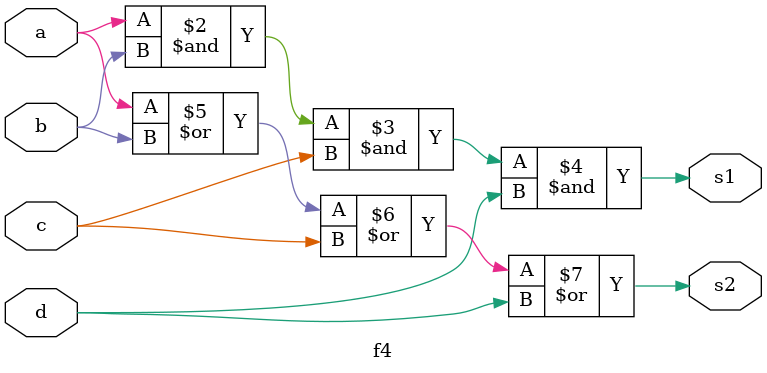
<source format=v>

module f4 (
output s1,
output s2, 
input a, 
input b,
input c,
input d
); 

and AND1(s1,a,b,c,d);
or OR1(s2,a,b,c,d);

endmodule // f4 
module test_f4; 
// ------------------------- definir dados 
reg  x; 
reg y;
reg  x1; 
reg y1;  
wire z2;
wire z1;
f4 modulo (z1,z2, x, y, x1, y1); 
// ------------------------- parte principal 
initial begin 
$display("Exemplo0031 - Lucas Siqueira Chagas - 380783"); 
$display("Test LU's module"); 

end 
endmodule // test_f4 
</source>
